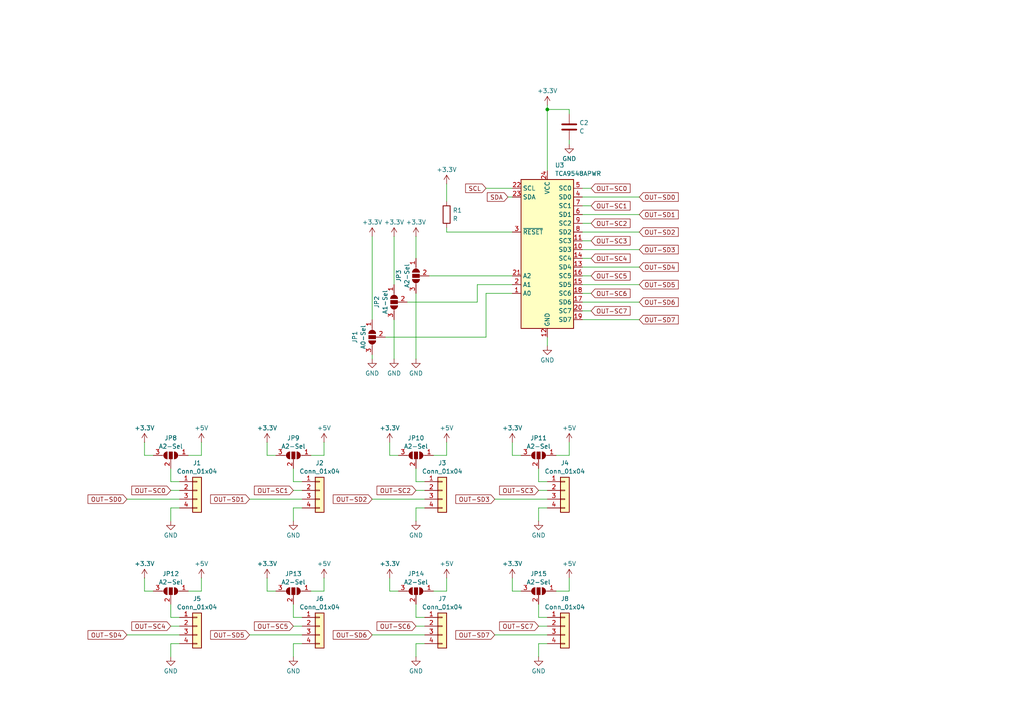
<source format=kicad_sch>
(kicad_sch (version 20231120) (generator "eeschema") (generator_version "8.0")
  (paper "A4")
  (lib_symbols
    (symbol "Connector_Generic:Conn_01x04" (pin_names (offset 1.016) hide)
      (property "Reference" "J" (at 0 5.08 0))
      (property "Value" "Conn_01x04" (at 0 -7.62 0))
      (symbol "Conn_01x04_1_1"
        (rectangle (start -1.27 -4.953) (end 0 -5.207) (stroke (width 0.1524)))
        (rectangle (start -1.27 -2.413) (end 0 -2.667) (stroke (width 0.1524)))
        (rectangle (start -1.27 0.127) (end 0 -0.127) (stroke (width 0.1524)))
        (rectangle (start -1.27 2.667) (end 0 2.413) (stroke (width 0.1524)))
        (rectangle (start -1.27 3.81) (end 1.27 -6.35) (stroke (width 0.254)) (fill (type background)))
        (pin passive line (at -5.08 2.54 0) (length 3.81) (name "Pin_1") (number "1"))
        (pin passive line (at -5.08 0 0) (length 3.81) (name "Pin_2") (number "2"))
        (pin passive line (at -5.08 -2.54 0) (length 3.81) (name "Pin_3") (number "3"))
        (pin passive line (at -5.08 -5.08 0) (length 3.81) (name "Pin_4") (number "4"))
      )
    )
    (symbol "Device:C" (pin_numbers hide) (pin_names (offset 0.254))
      (property "Reference" "C" (at 0.635 2.54 0))
      (property "Value" "C" (at 0.635 -2.54 0))
      (symbol "C_0_1"
        (polyline (pts (xy -2.032 -0.762) (xy 2.032 -0.762)) (stroke (width 0.508)))
        (polyline (pts (xy -2.032 0.762) (xy 2.032 0.762)) (stroke (width 0.508)))
      )
      (symbol "C_1_1"
        (pin passive line (at 0 3.81 270) (length 2.794) (name "~") (number "1"))
        (pin passive line (at 0 -3.81 90) (length 2.794) (name "~") (number "2"))
      )
    )
    (symbol "Device:R" (pin_numbers hide) (pin_names (offset 0))
      (property "Reference" "R" (at 2.032 0 90))
      (property "Value" "R" (at 0 0 90))
      (symbol "R_0_1"
        (rectangle (start -1.016 -2.54) (end 1.016 2.54) (stroke (width 0.254)))
      )
      (symbol "R_1_1"
        (pin passive line (at 0 3.81 270) (length 1.27) (name "~") (number "1"))
        (pin passive line (at 0 -3.81 90) (length 1.27) (name "~") (number "2"))
      )
    )
    (symbol "Interface_Expansion:TCA9548APWR"
      (property "Reference" "U" (at -7.62 21.59 0))
      (property "Value" "TCA9548APWR" (at 1.016 21.59 0))
      (symbol "TCA9548APWR_0_1"
        (rectangle (start -7.62 20.32) (end 7.62 -22.86) (stroke (width 0.254)) (fill (type background)))
      )
      (symbol "TCA9548APWR_1_1"
        (pin input line (at -10.16 -12.7 0) (length 2.54) (name "A0") (number "1"))
        (pin bidirectional line (at 10.16 0 180) (length 2.54) (name "SD3") (number "10"))
        (pin output line (at 10.16 2.54 180) (length 2.54) (name "SC3") (number "11"))
        (pin power_in line (at 0 -25.4 90) (length 2.54) (name "GND") (number "12"))
        (pin bidirectional line (at 10.16 -5.08 180) (length 2.54) (name "SD4") (number "13"))
        (pin output line (at 10.16 -2.54 180) (length 2.54) (name "SC4") (number "14"))
        (pin bidirectional line (at 10.16 -10.16 180) (length 2.54) (name "SD5") (number "15"))
        (pin output line (at 10.16 -7.62 180) (length 2.54) (name "SC5") (number "16"))
        (pin bidirectional line (at 10.16 -15.24 180) (length 2.54) (name "SD6") (number "17"))
        (pin output line (at 10.16 -12.7 180) (length 2.54) (name "SC6") (number "18"))
        (pin bidirectional line (at 10.16 -20.32 180) (length 2.54) (name "SD7") (number "19"))
        (pin input line (at -10.16 -10.16 0) (length 2.54) (name "A1") (number "2"))
        (pin output line (at 10.16 -17.78 180) (length 2.54) (name "SC7") (number "20"))
        (pin input line (at -10.16 -7.62 0) (length 2.54) (name "A2") (number "21"))
        (pin input line (at -10.16 17.78 0) (length 2.54) (name "SCL") (number "22"))
        (pin bidirectional line (at -10.16 15.24 0) (length 2.54) (name "SDA") (number "23"))
        (pin power_in line (at 0 22.86 270) (length 2.54) (name "VCC") (number "24"))
        (pin input line (at -10.16 5.08 0) (length 2.54) (name "~{RESET}") (number "3"))
        (pin bidirectional line (at 10.16 15.24 180) (length 2.54) (name "SD0") (number "4"))
        (pin output line (at 10.16 17.78 180) (length 2.54) (name "SC0") (number "5"))
        (pin bidirectional line (at 10.16 10.16 180) (length 2.54) (name "SD1") (number "6"))
        (pin output line (at 10.16 12.7 180) (length 2.54) (name "SC1") (number "7"))
        (pin bidirectional line (at 10.16 5.08 180) (length 2.54) (name "SD2") (number "8"))
        (pin output line (at 10.16 7.62 180) (length 2.54) (name "SC2") (number "9"))
      )
    )
    (symbol "Jumper:SolderJumper_3_Open" (pin_names (offset 0) hide) (exclude_from_sim yes) (in_bom no)
      (property "Reference" "JP" (at -2.54 -2.54 0))
      (property "Value" "SolderJumper_3_Open" (at 0 2.794 0))
      (symbol "SolderJumper_3_Open_0_1"
        (arc (start -1.016 1.016) (mid -2.0276 0) (end -1.016 -1.016))
        (arc (start -1.016 1.016) (mid -2.0276 0) (end -1.016 -1.016) (fill (type outline)))
        (rectangle (start -0.508 1.016) (end 0.508 -1.016) (fill (type outline)))
        (polyline (pts (xy -2.54 0) (xy -2.032 0)))
        (polyline (pts (xy -1.016 1.016) (xy -1.016 -1.016)))
        (polyline (pts (xy 0 -1.27) (xy 0 -1.016)))
        (polyline (pts (xy 1.016 1.016) (xy 1.016 -1.016)))
        (polyline (pts (xy 2.54 0) (xy 2.032 0)))
        (arc (start 1.016 -1.016) (mid 2.0276 0) (end 1.016 1.016))
        (arc (start 1.016 -1.016) (mid 2.0276 0) (end 1.016 1.016) (fill (type outline)))
      )
      (symbol "SolderJumper_3_Open_1_1"
        (pin passive line (at -5.08 0 0) (length 2.54) (name "A") (number "1"))
        (pin passive line (at 0 -3.81 90) (length 2.54) (name "C") (number "2"))
        (pin passive line (at 5.08 0 180) (length 2.54) (name "B") (number "3"))
      )
    )
    (symbol "power:+3.3V" (power) (pin_numbers hide) (pin_names (offset 0) hide)
      (property "Value" "+3.3V" (at 0 3.556 0))
      (symbol "+3.3V_0_1"
        (polyline (pts (xy -0.762 1.27) (xy 0 2.54)))
        (polyline (pts (xy 0 0) (xy 0 2.54)))
        (polyline (pts (xy 0 2.54) (xy 0.762 1.27)))
      )
      (symbol "+3.3V_1_1"
        (pin power_in line (at 0 0 90) (length 0) (name "~") (number "1"))
      )
    )
    (symbol "power:+5V" (power) (pin_numbers hide) (pin_names (offset 0) hide)
      (property "Value" "+5V" (at 0 3.556 0))
      (symbol "+5V_0_1"
        (polyline (pts (xy -0.762 1.27) (xy 0 2.54)))
        (polyline (pts (xy 0 0) (xy 0 2.54)))
        (polyline (pts (xy 0 2.54) (xy 0.762 1.27)))
      )
      (symbol "+5V_1_1"
        (pin power_in line (at 0 0 90) (length 0) (name "~") (number "1"))
      )
    )
    (symbol "power:GND" (power) (pin_numbers hide) (pin_names (offset 0) hide)
      (property "Value" "GND" (at 0 -3.81 0))
      (symbol "GND_0_1"
        (polyline (pts (xy 0 0) (xy 0 -1.27) (xy 1.27 -1.27) (xy 0 -2.54) (xy -1.27 -1.27) (xy 0 -1.27)))
      )
      (symbol "GND_1_1"
        (pin power_in line (at 0 0 270) (length 0) (name "~") (number "1"))
      )
    )
  )
  (junction (at 158.75 31.75))
  (wire (pts (xy 158.75 97.79) (xy 158.75 100.33)))
  (wire (pts (xy 129.54 132.08) (xy 129.54 128.27)))
  (wire (pts (xy 140.97 54.61) (xy 148.59 54.61)))
  (wire (pts (xy 58.42 132.08) (xy 58.42 128.27)))
  (wire (pts (xy 140.97 97.79) (xy 111.76 97.79)))
  (wire (pts (xy 165.1 171.45) (xy 165.1 167.64)))
  (wire (pts (xy 120.65 142.24) (xy 123.19 142.24)))
  (wire (pts (xy 147.32 57.15) (xy 148.59 57.15)))
  (wire (pts (xy 85.09 179.07) (xy 87.63 179.07)))
  (wire (pts (xy 90.17 171.45) (xy 93.98 171.45)))
  (wire (pts (xy 120.65 139.7) (xy 123.19 139.7)))
  (wire (pts (xy 168.91 64.77) (xy 171.45 64.77)))
  (wire (pts (xy 158.75 31.75) (xy 158.75 49.53)))
  (wire (pts (xy 85.09 147.32) (xy 85.09 151.13)))
  (wire (pts (xy 168.91 69.85) (xy 171.45 69.85)))
  (wire (pts (xy 85.09 181.61) (xy 87.63 181.61)))
  (wire (pts (xy 168.91 62.23) (xy 185.42 62.23)))
  (wire (pts (xy 41.91 167.64) (xy 41.91 171.45)))
  (wire (pts (xy 107.95 144.78) (xy 123.19 144.78)))
  (wire (pts (xy 93.98 132.08) (xy 93.98 128.27)))
  (wire (pts (xy 156.21 175.26) (xy 156.21 179.07)))
  (wire (pts (xy 49.53 135.89) (xy 49.53 139.7)))
  (wire (pts (xy 168.91 80.01) (xy 171.45 80.01)))
  (wire (pts (xy 85.09 135.89) (xy 85.09 139.7)))
  (wire (pts (xy 165.1 40.64) (xy 165.1 41.91)))
  (wire (pts (xy 120.65 85.09) (xy 120.65 104.14)))
  (wire (pts (xy 87.63 186.69) (xy 85.09 186.69)))
  (wire (pts (xy 129.54 171.45) (xy 129.54 167.64)))
  (wire (pts (xy 41.91 171.45) (xy 44.45 171.45)))
  (wire (pts (xy 114.3 92.71) (xy 114.3 104.14)))
  (wire (pts (xy 168.91 74.93) (xy 171.45 74.93)))
  (wire (pts (xy 168.91 72.39) (xy 185.42 72.39)))
  (wire (pts (xy 125.73 171.45) (xy 129.54 171.45)))
  (wire (pts (xy 36.83 184.15) (xy 52.07 184.15)))
  (wire (pts (xy 158.75 30.48) (xy 158.75 31.75)))
  (wire (pts (xy 156.21 179.07) (xy 158.75 179.07)))
  (wire (pts (xy 77.47 167.64) (xy 77.47 171.45)))
  (wire (pts (xy 148.59 82.55) (xy 138.43 82.55)))
  (wire (pts (xy 41.91 132.08) (xy 44.45 132.08)))
  (wire (pts (xy 58.42 171.45) (xy 58.42 167.64)))
  (wire (pts (xy 52.07 186.69) (xy 49.53 186.69)))
  (wire (pts (xy 148.59 167.64) (xy 148.59 171.45)))
  (wire (pts (xy 49.53 175.26) (xy 49.53 179.07)))
  (wire (pts (xy 156.21 147.32) (xy 156.21 151.13)))
  (wire (pts (xy 125.73 132.08) (xy 129.54 132.08)))
  (wire (pts (xy 156.21 135.89) (xy 156.21 139.7)))
  (wire (pts (xy 54.61 132.08) (xy 58.42 132.08)))
  (wire (pts (xy 107.95 68.58) (xy 107.95 92.71)))
  (wire (pts (xy 168.91 85.09) (xy 171.45 85.09)))
  (wire (pts (xy 41.91 128.27) (xy 41.91 132.08)))
  (wire (pts (xy 120.65 181.61) (xy 123.19 181.61)))
  (wire (pts (xy 161.29 132.08) (xy 165.1 132.08)))
  (wire (pts (xy 72.39 184.15) (xy 87.63 184.15)))
  (wire (pts (xy 158.75 147.32) (xy 156.21 147.32)))
  (wire (pts (xy 77.47 171.45) (xy 80.01 171.45)))
  (wire (pts (xy 114.3 68.58) (xy 114.3 82.55)))
  (wire (pts (xy 168.91 59.69) (xy 171.45 59.69)))
  (wire (pts (xy 85.09 139.7) (xy 87.63 139.7)))
  (wire (pts (xy 138.43 82.55) (xy 138.43 87.63)))
  (wire (pts (xy 49.53 186.69) (xy 49.53 190.5)))
  (wire (pts (xy 123.19 147.32) (xy 120.65 147.32)))
  (wire (pts (xy 143.51 184.15) (xy 158.75 184.15)))
  (wire (pts (xy 129.54 67.31) (xy 129.54 66.04)))
  (wire (pts (xy 113.03 171.45) (xy 115.57 171.45)))
  (wire (pts (xy 120.65 186.69) (xy 120.65 190.5)))
  (wire (pts (xy 120.65 68.58) (xy 120.65 74.93)))
  (wire (pts (xy 113.03 167.64) (xy 113.03 171.45)))
  (wire (pts (xy 123.19 186.69) (xy 120.65 186.69)))
  (wire (pts (xy 158.75 31.75) (xy 165.1 31.75)))
  (wire (pts (xy 168.91 67.31) (xy 185.42 67.31)))
  (wire (pts (xy 143.51 144.78) (xy 158.75 144.78)))
  (wire (pts (xy 107.95 184.15) (xy 123.19 184.15)))
  (wire (pts (xy 120.65 147.32) (xy 120.65 151.13)))
  (wire (pts (xy 168.91 54.61) (xy 171.45 54.61)))
  (wire (pts (xy 120.65 175.26) (xy 120.65 179.07)))
  (wire (pts (xy 52.07 147.32) (xy 49.53 147.32)))
  (wire (pts (xy 77.47 128.27) (xy 77.47 132.08)))
  (wire (pts (xy 168.91 77.47) (xy 185.42 77.47)))
  (wire (pts (xy 85.09 175.26) (xy 85.09 179.07)))
  (wire (pts (xy 120.65 179.07) (xy 123.19 179.07)))
  (wire (pts (xy 148.59 132.08) (xy 151.13 132.08)))
  (wire (pts (xy 49.53 179.07) (xy 52.07 179.07)))
  (wire (pts (xy 129.54 53.34) (xy 129.54 58.42)))
  (wire (pts (xy 49.53 142.24) (xy 52.07 142.24)))
  (wire (pts (xy 156.21 139.7) (xy 158.75 139.7)))
  (wire (pts (xy 165.1 132.08) (xy 165.1 128.27)))
  (wire (pts (xy 148.59 128.27) (xy 148.59 132.08)))
  (wire (pts (xy 113.03 132.08) (xy 115.57 132.08)))
  (wire (pts (xy 148.59 171.45) (xy 151.13 171.45)))
  (wire (pts (xy 168.91 90.17) (xy 171.45 90.17)))
  (wire (pts (xy 156.21 142.24) (xy 158.75 142.24)))
  (wire (pts (xy 49.53 139.7) (xy 52.07 139.7)))
  (wire (pts (xy 165.1 33.02) (xy 165.1 31.75)))
  (wire (pts (xy 124.46 80.01) (xy 148.59 80.01)))
  (wire (pts (xy 85.09 142.24) (xy 87.63 142.24)))
  (wire (pts (xy 49.53 147.32) (xy 49.53 151.13)))
  (wire (pts (xy 140.97 85.09) (xy 140.97 97.79)))
  (wire (pts (xy 158.75 186.69) (xy 156.21 186.69)))
  (wire (pts (xy 118.11 87.63) (xy 138.43 87.63)))
  (wire (pts (xy 168.91 57.15) (xy 185.42 57.15)))
  (wire (pts (xy 168.91 92.71) (xy 185.42 92.71)))
  (wire (pts (xy 93.98 171.45) (xy 93.98 167.64)))
  (wire (pts (xy 120.65 135.89) (xy 120.65 139.7)))
  (wire (pts (xy 72.39 144.78) (xy 87.63 144.78)))
  (wire (pts (xy 148.59 67.31) (xy 129.54 67.31)))
  (wire (pts (xy 85.09 186.69) (xy 85.09 190.5)))
  (wire (pts (xy 156.21 181.61) (xy 158.75 181.61)))
  (wire (pts (xy 107.95 102.87) (xy 107.95 104.14)))
  (wire (pts (xy 36.83 144.78) (xy 52.07 144.78)))
  (wire (pts (xy 168.91 87.63) (xy 185.42 87.63)))
  (wire (pts (xy 54.61 171.45) (xy 58.42 171.45)))
  (wire (pts (xy 77.47 132.08) (xy 80.01 132.08)))
  (wire (pts (xy 161.29 171.45) (xy 165.1 171.45)))
  (wire (pts (xy 156.21 186.69) (xy 156.21 190.5)))
  (wire (pts (xy 148.59 85.09) (xy 140.97 85.09)))
  (wire (pts (xy 168.91 82.55) (xy 185.42 82.55)))
  (wire (pts (xy 90.17 132.08) (xy 93.98 132.08)))
  (wire (pts (xy 87.63 147.32) (xy 85.09 147.32)))
  (wire (pts (xy 49.53 181.61) (xy 52.07 181.61)))
  (wire (pts (xy 113.03 128.27) (xy 113.03 132.08)))
  (global_label "SDA" (shape input) (at 147.32 57.15 180) (property "Intersheetrefs" "${INTERSHEET_REFS}" (effects (hide yes))))
  (global_label "OUT-SD0" (shape input) (at 185.42 57.15 0) (property "Intersheetrefs" "${INTERSHEET_REFS}" (effects (hide yes))))
  (global_label "OUT-SC3" (shape input) (at 171.45 69.85 0) (property "Intersheetrefs" "${INTERSHEET_REFS}" (effects (hide yes))))
  (global_label "OUT-SD7" (shape input) (at 143.51 184.15 180) (property "Intersheetrefs" "${INTERSHEET_REFS}" (effects (hide yes))))
  (global_label "OUT-SC5" (shape input) (at 85.09 181.61 180) (property "Intersheetrefs" "${INTERSHEET_REFS}" (effects (hide yes))))
  (global_label "OUT-SC3" (shape input) (at 156.21 142.24 180) (property "Intersheetrefs" "${INTERSHEET_REFS}" (effects (hide yes))))
  (global_label "OUT-SD6" (shape input) (at 185.42 87.63 0) (property "Intersheetrefs" "${INTERSHEET_REFS}" (effects (hide yes))))
  (global_label "OUT-SC7" (shape input) (at 171.45 90.17 0) (property "Intersheetrefs" "${INTERSHEET_REFS}" (effects (hide yes))))
  (global_label "OUT-SC2" (shape input) (at 120.65 142.24 180) (property "Intersheetrefs" "${INTERSHEET_REFS}" (effects (hide yes))))
  (global_label "OUT-SC4" (shape input) (at 49.53 181.61 180) (property "Intersheetrefs" "${INTERSHEET_REFS}" (effects (hide yes))))
  (global_label "OUT-SD5" (shape input) (at 185.42 82.55 0) (property "Intersheetrefs" "${INTERSHEET_REFS}" (effects (hide yes))))
  (global_label "OUT-SC0" (shape input) (at 171.45 54.61 0) (property "Intersheetrefs" "${INTERSHEET_REFS}" (effects (hide yes))))
  (global_label "OUT-SD1" (shape input) (at 72.39 144.78 180) (property "Intersheetrefs" "${INTERSHEET_REFS}" (effects (hide yes))))
  (global_label "OUT-SC4" (shape input) (at 171.45 74.93 0) (property "Intersheetrefs" "${INTERSHEET_REFS}" (effects (hide yes))))
  (global_label "OUT-SC7" (shape input) (at 156.21 181.61 180) (property "Intersheetrefs" "${INTERSHEET_REFS}" (effects (hide yes))))
  (global_label "OUT-SD2" (shape input) (at 185.42 67.31 0) (property "Intersheetrefs" "${INTERSHEET_REFS}" (effects (hide yes))))
  (global_label "OUT-SC5" (shape input) (at 171.45 80.01 0) (property "Intersheetrefs" "${INTERSHEET_REFS}" (effects (hide yes))))
  (global_label "OUT-SD2" (shape input) (at 107.95 144.78 180) (property "Intersheetrefs" "${INTERSHEET_REFS}" (effects (hide yes))))
  (global_label "OUT-SC2" (shape input) (at 171.45 64.77 0) (property "Intersheetrefs" "${INTERSHEET_REFS}" (effects (hide yes))))
  (global_label "OUT-SD4" (shape input) (at 36.83 184.15 180) (property "Intersheetrefs" "${INTERSHEET_REFS}" (effects (hide yes))))
  (global_label "OUT-SD6" (shape input) (at 107.95 184.15 180) (property "Intersheetrefs" "${INTERSHEET_REFS}" (effects (hide yes))))
  (global_label "OUT-SD3" (shape input) (at 143.51 144.78 180) (property "Intersheetrefs" "${INTERSHEET_REFS}" (effects (hide yes))))
  (global_label "OUT-SC6" (shape input) (at 120.65 181.61 180) (property "Intersheetrefs" "${INTERSHEET_REFS}" (effects (hide yes))))
  (global_label "OUT-SC6" (shape input) (at 171.45 85.09 0) (property "Intersheetrefs" "${INTERSHEET_REFS}" (effects (hide yes))))
  (global_label "OUT-SD4" (shape input) (at 185.42 77.47 0) (property "Intersheetrefs" "${INTERSHEET_REFS}" (effects (hide yes))))
  (global_label "SCL" (shape input) (at 140.97 54.61 180) (property "Intersheetrefs" "${INTERSHEET_REFS}" (effects (hide yes))))
  (global_label "OUT-SD1" (shape input) (at 185.42 62.23 0) (property "Intersheetrefs" "${INTERSHEET_REFS}" (effects (hide yes))))
  (global_label "OUT-SD3" (shape input) (at 185.42 72.39 0) (property "Intersheetrefs" "${INTERSHEET_REFS}" (effects (hide yes))))
  (global_label "OUT-SD5" (shape input) (at 72.39 184.15 180) (property "Intersheetrefs" "${INTERSHEET_REFS}" (effects (hide yes))))
  (global_label "OUT-SC1" (shape input) (at 171.45 59.69 0) (property "Intersheetrefs" "${INTERSHEET_REFS}" (effects (hide yes))))
  (global_label "OUT-SD0" (shape input) (at 36.83 144.78 180) (property "Intersheetrefs" "${INTERSHEET_REFS}" (effects (hide yes))))
  (global_label "OUT-SC1" (shape input) (at 85.09 142.24 180) (property "Intersheetrefs" "${INTERSHEET_REFS}" (effects (hide yes))))
  (global_label "OUT-SC0" (shape input) (at 49.53 142.24 180) (property "Intersheetrefs" "${INTERSHEET_REFS}" (effects (hide yes))))
  (global_label "OUT-SD7" (shape input) (at 185.42 92.71 0) (property "Intersheetrefs" "${INTERSHEET_REFS}" (effects (hide yes))))
  (symbol (lib_id "power:GND") (at 158.75 100.33 0) (unit 1)
    (property "Reference" "#PWR032" (effects (hide yes)))
    (property "Value" "GND" (at 158.75 104.4631 0))
    (property "Description" "Power symbol creates a global label with name \"GND\" , ground" (effects (hide yes)))
  )
  (symbol (lib_id "Device:C") (at 165.1 36.83 0) (unit 1)
    (property "Reference" "C2" (at 168.021 35.6178 0) (effects (justify left)))
    (property "Value" "C" (at 168.021 38.0421 0) (effects (justify left)))
    (property "Description" "Unpolarized capacitor" (effects (hide yes)))
  )
  (symbol (lib_id "Connector_Generic:Conn_01x04") (at 163.83 181.61 0) (unit 1)
    (property "Reference" "J8" (at 163.83 173.6555 0))
    (property "Value" "Conn_01x04" (at 163.83 176.0798 0))
    (property "Description" "Generic connector, single row, 01x04, script generated (kicad-library-utils/schlib/autogen/connector/)" (effects (hide yes)))
  )
  (symbol (lib_id "Interface_Expansion:TCA9548APWR") (at 158.75 72.39 0) (unit 1)
    (property "Reference" "U3" (at 160.9441 47.9255 0) (effects (justify left)))
    (property "Value" "TCA9548APWR" (at 160.9441 50.3498 0) (effects (justify left)))
    (property "Footprint" "Package_SO:TSSOP-24_4.4x7.8mm_P0.65mm" (effects (hide yes)))
    (property "Datasheet" "http://www.ti.com/lit/ds/symlink/tca9548a.pdf" (effects (hide yes)))
    (property "Description" "Low voltage 8-channel I2C switch with reset, TSSOP-24" (effects (hide yes)))
  )
  (symbol (lib_id "Jumper:SolderJumper_3_Open") (at 120.65 80.01 90) (mirror x) (unit 1) (exclude_from_sim yes) (in_bom no)
    (property "Reference" "JP3" (at 115.6165 80.01 0))
    (property "Value" "A2-Sel" (at 118.0408 80.01 0))
    (property "Description" "Solder Jumper, 3-pole, open" (effects (hide yes)))
  )
  (symbol (lib_id "Jumper:SolderJumper_3_Open") (at 49.53 171.45 0) (mirror y) (unit 1) (exclude_from_sim yes) (in_bom no)
    (property "Reference" "JP12" (at 49.53 166.4165 0))
    (property "Value" "A2-Sel" (at 49.53 168.8408 0))
    (property "Description" "Solder Jumper, 3-pole, open" (effects (hide yes)))
  )
  (symbol (lib_id "power:+5V") (at 129.54 167.64 0) (unit 1)
    (property "Reference" "#PWR035" (effects (hide yes)))
    (property "Value" "+5V" (at 129.54 163.5069 0))
    (property "Description" "Power symbol creates a global label with name \"+5V\"" (effects (hide yes)))
  )
  (symbol (lib_id "Jumper:SolderJumper_3_Open") (at 114.3 87.63 90) (mirror x) (unit 1) (exclude_from_sim yes) (in_bom no)
    (property "Reference" "JP2" (at 109.2665 87.63 0))
    (property "Value" "A1-Sel" (at 111.6908 87.63 0))
    (property "Description" "Solder Jumper, 3-pole, open" (effects (hide yes)))
  )
  (symbol (lib_id "power:GND") (at 165.1 41.91 0) (unit 1)
    (property "Reference" "#PWR033" (effects (hide yes)))
    (property "Value" "GND" (at 165.1 46.0431 0))
    (property "Description" "Power symbol creates a global label with name \"GND\" , ground" (effects (hide yes)))
  )
  (symbol (lib_id "power:+3.3V") (at 77.47 128.27 0) (unit 1)
    (property "Reference" "#PWR08" (effects (hide yes)))
    (property "Value" "+3.3V" (at 77.47 124.1369 0))
    (property "Description" "Power symbol creates a global label with name \"+3.3V\"" (effects (hide yes)))
  )
  (symbol (lib_id "power:GND") (at 114.3 104.14 0) (unit 1)
    (property "Reference" "#PWR017" (effects (hide yes)))
    (property "Value" "GND" (at 114.3 108.2731 0))
    (property "Description" "Power symbol creates a global label with name \"GND\" , ground" (effects (hide yes)))
  )
  (symbol (lib_id "power:+5V") (at 58.42 128.27 0) (unit 1)
    (property "Reference" "#PWR07" (effects (hide yes)))
    (property "Value" "+5V" (at 58.42 124.1369 0))
    (property "Description" "Power symbol creates a global label with name \"+5V\"" (effects (hide yes)))
  )
  (symbol (lib_id "power:+3.3V") (at 148.59 128.27 0) (unit 1)
    (property "Reference" "#PWR018" (effects (hide yes)))
    (property "Value" "+3.3V" (at 148.59 124.1369 0))
    (property "Description" "Power symbol creates a global label with name \"+3.3V\"" (effects (hide yes)))
  )
  (symbol (lib_id "power:GND") (at 120.65 190.5 0) (unit 1)
    (property "Reference" "#PWR030" (effects (hide yes)))
    (property "Value" "GND" (at 120.65 194.6331 0))
    (property "Description" "Power symbol creates a global label with name \"GND\" , ground" (effects (hide yes)))
  )
  (symbol (lib_id "power:+5V") (at 165.1 167.64 0) (unit 1)
    (property "Reference" "#PWR038" (effects (hide yes)))
    (property "Value" "+5V" (at 165.1 163.5069 0))
    (property "Description" "Power symbol creates a global label with name \"+5V\"" (effects (hide yes)))
  )
  (symbol (lib_id "power:GND") (at 156.21 190.5 0) (unit 1)
    (property "Reference" "#PWR039" (effects (hide yes)))
    (property "Value" "GND" (at 156.21 194.6331 0))
    (property "Description" "Power symbol creates a global label with name \"GND\" , ground" (effects (hide yes)))
  )
  (symbol (lib_id "Connector_Generic:Conn_01x04") (at 57.15 142.24 0) (unit 1)
    (property "Reference" "J1" (at 57.15 134.2855 0))
    (property "Value" "Conn_01x04" (at 57.15 136.7098 0))
    (property "Description" "Generic connector, single row, 01x04, script generated (kicad-library-utils/schlib/autogen/connector/)" (effects (hide yes)))
  )
  (symbol (lib_id "power:+3.3V") (at 158.75 30.48 0) (unit 1)
    (property "Reference" "#PWR031" (effects (hide yes)))
    (property "Value" "+3.3V" (at 158.75 26.3469 0))
    (property "Description" "Power symbol creates a global label with name \"+3.3V\"" (effects (hide yes)))
  )
  (symbol (lib_id "power:+5V") (at 165.1 128.27 0) (unit 1)
    (property "Reference" "#PWR020" (effects (hide yes)))
    (property "Value" "+5V" (at 165.1 124.1369 0))
    (property "Description" "Power symbol creates a global label with name \"+5V\"" (effects (hide yes)))
  )
  (symbol (lib_id "power:+3.3V") (at 148.59 167.64 0) (unit 1)
    (property "Reference" "#PWR036" (effects (hide yes)))
    (property "Value" "+3.3V" (at 148.59 163.5069 0))
    (property "Description" "Power symbol creates a global label with name \"+3.3V\"" (effects (hide yes)))
  )
  (symbol (lib_id "power:GND") (at 120.65 151.13 0) (unit 1)
    (property "Reference" "#PWR028" (effects (hide yes)))
    (property "Value" "GND" (at 120.65 155.2631 0))
    (property "Description" "Power symbol creates a global label with name \"GND\" , ground" (effects (hide yes)))
  )
  (symbol (lib_id "power:GND") (at 49.53 190.5 0) (unit 1)
    (property "Reference" "#PWR011" (effects (hide yes)))
    (property "Value" "GND" (at 49.53 194.6331 0))
    (property "Description" "Power symbol creates a global label with name \"GND\" , ground" (effects (hide yes)))
  )
  (symbol (lib_id "Device:R") (at 129.54 62.23 0) (unit 1)
    (property "Reference" "R1" (at 131.318 61.0178 0) (effects (justify left)))
    (property "Value" "R" (at 131.318 63.4421 0) (effects (justify left)))
    (property "Description" "Resistor" (effects (hide yes)))
  )
  (symbol (lib_id "power:+3.3V") (at 41.91 167.64 0) (unit 1)
    (property "Reference" "#PWR025" (effects (hide yes)))
    (property "Value" "+3.3V" (at 41.91 163.5069 0))
    (property "Description" "Power symbol creates a global label with name \"+3.3V\"" (effects (hide yes)))
  )
  (symbol (lib_id "power:+3.3V") (at 113.03 167.64 0) (unit 1)
    (property "Reference" "#PWR034" (effects (hide yes)))
    (property "Value" "+3.3V" (at 113.03 163.5069 0))
    (property "Description" "Power symbol creates a global label with name \"+3.3V\"" (effects (hide yes)))
  )
  (symbol (lib_id "Jumper:SolderJumper_3_Open") (at 107.95 97.79 90) (mirror x) (unit 1) (exclude_from_sim yes) (in_bom no)
    (property "Reference" "JP1" (at 102.9165 97.79 0))
    (property "Value" "A0-Sel" (at 105.3408 97.79 0))
    (property "Description" "Solder Jumper, 3-pole, open" (effects (hide yes)))
  )
  (symbol (lib_id "power:GND") (at 85.09 190.5 0) (unit 1)
    (property "Reference" "#PWR021" (effects (hide yes)))
    (property "Value" "GND" (at 85.09 194.6331 0))
    (property "Description" "Power symbol creates a global label with name \"GND\" , ground" (effects (hide yes)))
  )
  (symbol (lib_id "Connector_Generic:Conn_01x04") (at 128.27 181.61 0) (unit 1)
    (property "Reference" "J7" (at 128.27 173.6555 0))
    (property "Value" "Conn_01x04" (at 128.27 176.0798 0))
    (property "Description" "Generic connector, single row, 01x04, script generated (kicad-library-utils/schlib/autogen/connector/)" (effects (hide yes)))
  )
  (symbol (lib_id "power:+3.3V") (at 120.65 68.58 0) (unit 1)
    (property "Reference" "#PWR022" (effects (hide yes)))
    (property "Value" "+3.3V" (at 120.65 64.4469 0))
    (property "Description" "Power symbol creates a global label with name \"+3.3V\"" (effects (hide yes)))
  )
  (symbol (lib_id "power:+5V") (at 93.98 128.27 0) (unit 1)
    (property "Reference" "#PWR010" (effects (hide yes)))
    (property "Value" "+5V" (at 93.98 124.1369 0))
    (property "Description" "Power symbol creates a global label with name \"+5V\"" (effects (hide yes)))
  )
  (symbol (lib_id "Jumper:SolderJumper_3_Open") (at 85.09 171.45 0) (mirror y) (unit 1) (exclude_from_sim yes) (in_bom no)
    (property "Reference" "JP13" (at 85.09 166.4165 0))
    (property "Value" "A2-Sel" (at 85.09 168.8408 0))
    (property "Description" "Solder Jumper, 3-pole, open" (effects (hide yes)))
  )
  (symbol (lib_id "Connector_Generic:Conn_01x04") (at 57.15 181.61 0) (unit 1)
    (property "Reference" "J5" (at 57.15 173.6555 0))
    (property "Value" "Conn_01x04" (at 57.15 176.0798 0))
    (property "Description" "Generic connector, single row, 01x04, script generated (kicad-library-utils/schlib/autogen/connector/)" (effects (hide yes)))
  )
  (symbol (lib_id "power:GND") (at 49.53 151.13 0) (unit 1)
    (property "Reference" "#PWR09" (effects (hide yes)))
    (property "Value" "GND" (at 49.53 155.2631 0))
    (property "Description" "Power symbol creates a global label with name \"GND\" , ground" (effects (hide yes)))
  )
  (symbol (lib_id "Jumper:SolderJumper_3_Open") (at 120.65 171.45 0) (mirror y) (unit 1) (exclude_from_sim yes) (in_bom no)
    (property "Reference" "JP14" (at 120.65 166.4165 0))
    (property "Value" "A2-Sel" (at 120.65 168.8408 0))
    (property "Description" "Solder Jumper, 3-pole, open" (effects (hide yes)))
  )
  (symbol (lib_id "power:+3.3V") (at 107.95 68.58 0) (unit 1)
    (property "Reference" "#PWR012" (effects (hide yes)))
    (property "Value" "+3.3V" (at 107.95 64.4469 0))
    (property "Description" "Power symbol creates a global label with name \"+3.3V\"" (effects (hide yes)))
  )
  (symbol (lib_id "power:+3.3V") (at 77.47 167.64 0) (unit 1)
    (property "Reference" "#PWR027" (effects (hide yes)))
    (property "Value" "+3.3V" (at 77.47 163.5069 0))
    (property "Description" "Power symbol creates a global label with name \"+3.3V\"" (effects (hide yes)))
  )
  (symbol (lib_id "power:+5V") (at 58.42 167.64 0) (unit 1)
    (property "Reference" "#PWR026" (effects (hide yes)))
    (property "Value" "+5V" (at 58.42 163.5069 0))
    (property "Description" "Power symbol creates a global label with name \"+5V\"" (effects (hide yes)))
  )
  (symbol (lib_id "Connector_Generic:Conn_01x04") (at 92.71 181.61 0) (unit 1)
    (property "Reference" "J6" (at 92.71 173.6555 0))
    (property "Value" "Conn_01x04" (at 92.71 176.0798 0))
    (property "Description" "Generic connector, single row, 01x04, script generated (kicad-library-utils/schlib/autogen/connector/)" (effects (hide yes)))
  )
  (symbol (lib_id "power:GND") (at 156.21 151.13 0) (unit 1)
    (property "Reference" "#PWR037" (effects (hide yes)))
    (property "Value" "GND" (at 156.21 155.2631 0))
    (property "Description" "Power symbol creates a global label with name \"GND\" , ground" (effects (hide yes)))
  )
  (symbol (lib_id "power:GND") (at 85.09 151.13 0) (unit 1)
    (property "Reference" "#PWR019" (effects (hide yes)))
    (property "Value" "GND" (at 85.09 155.2631 0))
    (property "Description" "Power symbol creates a global label with name \"GND\" , ground" (effects (hide yes)))
  )
  (symbol (lib_id "power:+3.3V") (at 114.3 68.58 0) (unit 1)
    (property "Reference" "#PWR016" (effects (hide yes)))
    (property "Value" "+3.3V" (at 114.3 64.4469 0))
    (property "Description" "Power symbol creates a global label with name \"+3.3V\"" (effects (hide yes)))
  )
  (symbol (lib_id "power:+3.3V") (at 129.54 53.34 0) (unit 1)
    (property "Reference" "#PWR024" (effects (hide yes)))
    (property "Value" "+3.3V" (at 129.54 49.2069 0))
    (property "Description" "Power symbol creates a global label with name \"+3.3V\"" (effects (hide yes)))
  )
  (symbol (lib_id "power:+5V") (at 93.98 167.64 0) (unit 1)
    (property "Reference" "#PWR029" (effects (hide yes)))
    (property "Value" "+5V" (at 93.98 163.5069 0))
    (property "Description" "Power symbol creates a global label with name \"+5V\"" (effects (hide yes)))
  )
  (symbol (lib_id "Connector_Generic:Conn_01x04") (at 163.83 142.24 0) (unit 1)
    (property "Reference" "J4" (at 163.83 134.2855 0))
    (property "Value" "Conn_01x04" (at 163.83 136.7098 0))
    (property "Description" "Generic connector, single row, 01x04, script generated (kicad-library-utils/schlib/autogen/connector/)" (effects (hide yes)))
  )
  (symbol (lib_id "power:GND") (at 120.65 104.14 0) (unit 1)
    (property "Reference" "#PWR023" (effects (hide yes)))
    (property "Value" "GND" (at 120.65 108.2731 0))
    (property "Description" "Power symbol creates a global label with name \"GND\" , ground" (effects (hide yes)))
  )
  (symbol (lib_id "power:GND") (at 107.95 104.14 0) (unit 1)
    (property "Reference" "#PWR013" (effects (hide yes)))
    (property "Value" "GND" (at 107.95 108.2731 0))
    (property "Description" "Power symbol creates a global label with name \"GND\" , ground" (effects (hide yes)))
  )
  (symbol (lib_id "Jumper:SolderJumper_3_Open") (at 120.65 132.08 0) (mirror y) (unit 1) (exclude_from_sim yes) (in_bom no)
    (property "Reference" "JP10" (at 120.65 127.0465 0))
    (property "Value" "A2-Sel" (at 120.65 129.4708 0))
    (property "Description" "Solder Jumper, 3-pole, open" (effects (hide yes)))
  )
  (symbol (lib_id "Jumper:SolderJumper_3_Open") (at 49.53 132.08 0) (mirror y) (unit 1) (exclude_from_sim yes) (in_bom no)
    (property "Reference" "JP8" (at 49.53 127.0465 0))
    (property "Value" "A2-Sel" (at 49.53 129.4708 0))
    (property "Description" "Solder Jumper, 3-pole, open" (effects (hide yes)))
  )
  (symbol (lib_id "power:+3.3V") (at 113.03 128.27 0) (unit 1)
    (property "Reference" "#PWR014" (effects (hide yes)))
    (property "Value" "+3.3V" (at 113.03 124.1369 0))
    (property "Description" "Power symbol creates a global label with name \"+3.3V\"" (effects (hide yes)))
  )
  (symbol (lib_id "Jumper:SolderJumper_3_Open") (at 156.21 171.45 0) (mirror y) (unit 1) (exclude_from_sim yes) (in_bom no)
    (property "Reference" "JP15" (at 156.21 166.4165 0))
    (property "Value" "A2-Sel" (at 156.21 168.8408 0))
    (property "Description" "Solder Jumper, 3-pole, open" (effects (hide yes)))
  )
  (symbol (lib_id "power:+3.3V") (at 41.91 128.27 0) (unit 1)
    (property "Reference" "#PWR06" (effects (hide yes)))
    (property "Value" "+3.3V" (at 41.91 124.1369 0))
    (property "Description" "Power symbol creates a global label with name \"+3.3V\"" (effects (hide yes)))
  )
  (symbol (lib_id "Jumper:SolderJumper_3_Open") (at 156.21 132.08 0) (mirror y) (unit 1) (exclude_from_sim yes) (in_bom no)
    (property "Reference" "JP11" (at 156.21 127.0465 0))
    (property "Value" "A2-Sel" (at 156.21 129.4708 0))
    (property "Description" "Solder Jumper, 3-pole, open" (effects (hide yes)))
  )
  (symbol (lib_id "Jumper:SolderJumper_3_Open") (at 85.09 132.08 0) (mirror y) (unit 1) (exclude_from_sim yes) (in_bom no)
    (property "Reference" "JP9" (at 85.09 127.0465 0))
    (property "Value" "A2-Sel" (at 85.09 129.4708 0))
    (property "Description" "Solder Jumper, 3-pole, open" (effects (hide yes)))
  )
  (symbol (lib_id "Connector_Generic:Conn_01x04") (at 92.71 142.24 0) (unit 1)
    (property "Reference" "J2" (at 92.71 134.2855 0))
    (property "Value" "Conn_01x04" (at 92.71 136.7098 0))
    (property "Description" "Generic connector, single row, 01x04, script generated (kicad-library-utils/schlib/autogen/connector/)" (effects (hide yes)))
  )
  (symbol (lib_id "Connector_Generic:Conn_01x04") (at 128.27 142.24 0) (unit 1)
    (property "Reference" "J3" (at 128.27 134.2855 0))
    (property "Value" "Conn_01x04" (at 128.27 136.7098 0))
    (property "Description" "Generic connector, single row, 01x04, script generated (kicad-library-utils/schlib/autogen/connector/)" (effects (hide yes)))
  )
  (symbol (lib_id "power:+5V") (at 129.54 128.27 0) (unit 1)
    (property "Reference" "#PWR015" (effects (hide yes)))
    (property "Value" "+5V" (at 129.54 124.1369 0))
    (property "Description" "Power symbol creates a global label with name \"+5V\"" (effects (hide yes)))
  )
)
</source>
